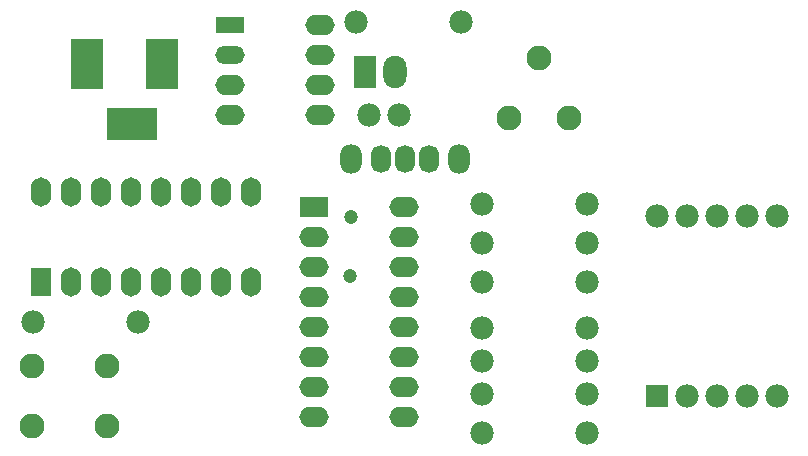
<source format=gbs>
G04*
G04 #@! TF.GenerationSoftware,Altium Limited,Altium Designer,22.10.1 (41)*
G04*
G04 Layer_Color=16711935*
%FSLAX25Y25*%
%MOIN*%
G70*
G04*
G04 #@! TF.SameCoordinates,7AE85D4C-FD46-4DCC-B2CD-606CE683DADB*
G04*
G04*
G04 #@! TF.FilePolarity,Negative*
G04*
G01*
G75*
%ADD14O,0.09800X0.05918*%
%ADD15O,0.09800X0.06800*%
%ADD16R,0.09800X0.05524*%
%ADD17R,0.07800X0.10800*%
%ADD18O,0.07800X0.10800*%
%ADD19C,0.07800*%
%ADD20O,0.07300X0.09800*%
%ADD21O,0.06800X0.09300*%
%ADD22C,0.08300*%
%ADD23R,0.07800X0.07800*%
%ADD24R,0.10800X0.16800*%
%ADD25R,0.16800X0.10800*%
%ADD26R,0.09800X0.06800*%
%ADD27O,0.06800X0.09800*%
%ADD28R,0.06800X0.09800*%
%ADD29C,0.04737*%
D14*
X397000Y340000D02*
D03*
D15*
Y330000D02*
D03*
Y320000D02*
D03*
X427000Y350000D02*
D03*
Y340000D02*
D03*
Y330000D02*
D03*
Y320000D02*
D03*
X455000Y219500D02*
D03*
Y229500D02*
D03*
Y239500D02*
D03*
Y249500D02*
D03*
Y259500D02*
D03*
Y269500D02*
D03*
Y279500D02*
D03*
Y289500D02*
D03*
X425000Y219500D02*
D03*
Y229500D02*
D03*
Y239500D02*
D03*
Y249500D02*
D03*
Y259500D02*
D03*
Y269500D02*
D03*
Y279500D02*
D03*
D16*
X397000Y350000D02*
D03*
D17*
X442000Y334500D02*
D03*
D18*
X452000D02*
D03*
D19*
X453500Y320000D02*
D03*
X443500D02*
D03*
X481000Y214000D02*
D03*
X516000D02*
D03*
X481000Y227000D02*
D03*
X516000D02*
D03*
X481000Y238000D02*
D03*
X516000D02*
D03*
X481000Y249000D02*
D03*
X516000D02*
D03*
X481000Y264500D02*
D03*
X516000D02*
D03*
X481000Y277500D02*
D03*
X516000D02*
D03*
X481000Y290500D02*
D03*
X516000D02*
D03*
X559500Y226500D02*
D03*
X569500Y286500D02*
D03*
X579500D02*
D03*
X569500Y226500D02*
D03*
X549500D02*
D03*
X579500D02*
D03*
X549500Y286500D02*
D03*
X539500D02*
D03*
X559500D02*
D03*
X474000Y351000D02*
D03*
X439000D02*
D03*
X366500Y251000D02*
D03*
X331500D02*
D03*
D20*
X473500Y305500D02*
D03*
X437500D02*
D03*
D21*
X463500D02*
D03*
X455500D02*
D03*
X447500D02*
D03*
D22*
X356000Y216500D02*
D03*
X331000Y236500D02*
D03*
Y216500D02*
D03*
X356000Y236500D02*
D03*
X490000Y319000D02*
D03*
X500000Y339000D02*
D03*
X510000Y319000D02*
D03*
D23*
X539500Y226500D02*
D03*
D24*
X374500Y337000D02*
D03*
X349500D02*
D03*
D25*
X364500Y317000D02*
D03*
D26*
X425000Y289500D02*
D03*
D27*
X404000Y294500D02*
D03*
X394000D02*
D03*
X384000D02*
D03*
X374000D02*
D03*
X364000D02*
D03*
X354000D02*
D03*
X344000D02*
D03*
X334000D02*
D03*
X404000Y264500D02*
D03*
X394000D02*
D03*
X384000D02*
D03*
X374000D02*
D03*
X364000D02*
D03*
X354000D02*
D03*
X344000D02*
D03*
D28*
X334000D02*
D03*
D29*
X437500Y286000D02*
D03*
X437000Y266500D02*
D03*
M02*

</source>
